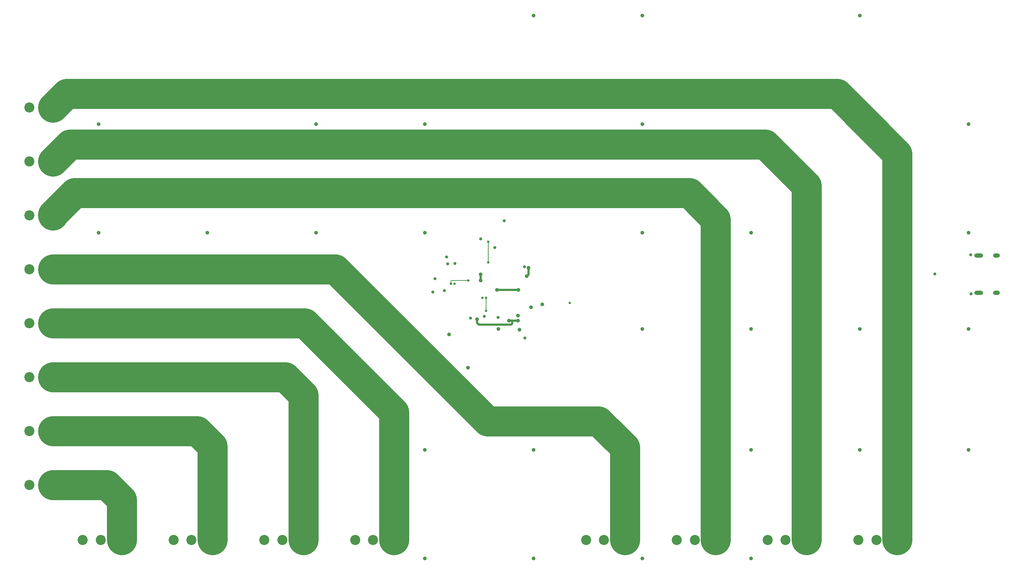
<source format=gbr>
%TF.GenerationSoftware,KiCad,Pcbnew,9.0.1*%
%TF.CreationDate,2025-07-28T14:50:10-04:00*%
%TF.ProjectId,LED-DriverPCB,4c45442d-4472-4697-9665-725043422e6b,rev?*%
%TF.SameCoordinates,Original*%
%TF.FileFunction,Copper,L4,Bot*%
%TF.FilePolarity,Positive*%
%FSLAX46Y46*%
G04 Gerber Fmt 4.6, Leading zero omitted, Abs format (unit mm)*
G04 Created by KiCad (PCBNEW 9.0.1) date 2025-07-28 14:50:10*
%MOMM*%
%LPD*%
G01*
G04 APERTURE LIST*
%TA.AperFunction,ComponentPad*%
%ADD10C,2.362200*%
%TD*%
%TA.AperFunction,HeatsinkPad*%
%ADD11O,1.600000X1.000000*%
%TD*%
%TA.AperFunction,HeatsinkPad*%
%ADD12O,2.100000X1.000000*%
%TD*%
%TA.AperFunction,ViaPad*%
%ADD13C,0.700000*%
%TD*%
%TA.AperFunction,ViaPad*%
%ADD14C,0.900000*%
%TD*%
%TA.AperFunction,ViaPad*%
%ADD15C,0.600000*%
%TD*%
%TA.AperFunction,Conductor*%
%ADD16C,7.000000*%
%TD*%
%TA.AperFunction,Conductor*%
%ADD17C,0.190000*%
%TD*%
%TA.AperFunction,Conductor*%
%ADD18C,0.500000*%
%TD*%
%TA.AperFunction,Conductor*%
%ADD19C,0.200000*%
%TD*%
G04 APERTURE END LIST*
D10*
%TO.P,J1,3,Pin_3*%
%TO.N,GND*%
X314878601Y-200140900D03*
%TO.P,J1,2,Pin_2*%
%TO.N,/STR1_DATA*%
X319078600Y-200140900D03*
%TO.P,J1,1,Pin_1*%
%TO.N,/STR1_PWR*%
X323278599Y-200140900D03*
%TD*%
%TO.P,J2,3,Pin_3*%
%TO.N,GND*%
X293667601Y-200140900D03*
%TO.P,J2,2,Pin_2*%
%TO.N,/STR2_DATA*%
X297867600Y-200140900D03*
%TO.P,J2,1,Pin_1*%
%TO.N,/STR2_PWR*%
X302067599Y-200140900D03*
%TD*%
%TO.P,J3,3,Pin_3*%
%TO.N,GND*%
X272456601Y-200140900D03*
%TO.P,J3,2,Pin_2*%
%TO.N,/STR3_DATA*%
X276656600Y-200140900D03*
%TO.P,J3,1,Pin_1*%
%TO.N,/STR3_PWR*%
X280856599Y-200140900D03*
%TD*%
%TO.P,J4,3,Pin_3*%
%TO.N,GND*%
X251245601Y-200140900D03*
%TO.P,J4,2,Pin_2*%
%TO.N,/STR4_DATA*%
X255445600Y-200140900D03*
%TO.P,J4,1,Pin_1*%
%TO.N,/STR4_PWR*%
X259645599Y-200140900D03*
%TD*%
%TO.P,J5,3,Pin_3*%
%TO.N,GND*%
X197329101Y-200140900D03*
%TO.P,J5,2,Pin_2*%
%TO.N,/STR5_DATA*%
X201529100Y-200140900D03*
%TO.P,J5,1,Pin_1*%
%TO.N,/STR5_PWR*%
X205729099Y-200140900D03*
%TD*%
%TO.P,J6,3,Pin_3*%
%TO.N,GND*%
X176118101Y-200140900D03*
%TO.P,J6,2,Pin_2*%
%TO.N,/STR6_DATA*%
X180318100Y-200140900D03*
%TO.P,J6,1,Pin_1*%
%TO.N,/STR6_PWR*%
X184518099Y-200140900D03*
%TD*%
%TO.P,J7,3,Pin_3*%
%TO.N,GND*%
X154907101Y-200140900D03*
%TO.P,J7,2,Pin_2*%
%TO.N,/STR7_DATA*%
X159107100Y-200140900D03*
%TO.P,J7,1,Pin_1*%
%TO.N,/STR7_PWR*%
X163307099Y-200140900D03*
%TD*%
%TO.P,J8,3,Pin_3*%
%TO.N,GND*%
X133696101Y-200140900D03*
%TO.P,J8,2,Pin_2*%
%TO.N,/STR8_DATA*%
X137896100Y-200140900D03*
%TO.P,J8,1,Pin_1*%
%TO.N,/STR8_PWR*%
X142096099Y-200140900D03*
%TD*%
D11*
%TO.P,J9,S1,SHIELD*%
%TO.N,GND*%
X347110251Y-133671000D03*
D12*
X342930251Y-133671000D03*
D11*
X347110251Y-142311000D03*
D12*
X342930251Y-142311000D03*
%TD*%
D10*
%TO.P,J12,2,Pin_2*%
%TO.N,/STR1_PWR*%
X126749999Y-98986500D03*
%TO.P,J12,1,Pin_1*%
%TO.N,GND*%
X121250000Y-98986500D03*
%TD*%
%TO.P,J13,2,Pin_2*%
%TO.N,/STR2_PWR*%
X126749999Y-111604500D03*
%TO.P,J13,1,Pin_1*%
%TO.N,GND*%
X121250000Y-111604500D03*
%TD*%
%TO.P,J14,2,Pin_2*%
%TO.N,/STR3_PWR*%
X126749999Y-124223100D03*
%TO.P,J14,1,Pin_1*%
%TO.N,GND*%
X121250000Y-124223100D03*
%TD*%
%TO.P,J15,2,Pin_2*%
%TO.N,/STR4_PWR*%
X126749999Y-136841100D03*
%TO.P,J15,1,Pin_1*%
%TO.N,GND*%
X121250000Y-136841100D03*
%TD*%
%TO.P,J16,2,Pin_2*%
%TO.N,/STR5_PWR*%
X126749999Y-149459100D03*
%TO.P,J16,1,Pin_1*%
%TO.N,GND*%
X121250000Y-149459100D03*
%TD*%
%TO.P,J17,2,Pin_2*%
%TO.N,/STR6_PWR*%
X126749999Y-162077100D03*
%TO.P,J17,1,Pin_1*%
%TO.N,GND*%
X121250000Y-162077100D03*
%TD*%
%TO.P,J18,2,Pin_2*%
%TO.N,/STR7_PWR*%
X126749999Y-174695500D03*
%TO.P,J18,1,Pin_1*%
%TO.N,GND*%
X121250000Y-174695500D03*
%TD*%
%TO.P,J19,2,Pin_2*%
%TO.N,/STR8_PWR*%
X126749999Y-187313500D03*
%TO.P,J19,1,Pin_1*%
%TO.N,GND*%
X121250000Y-187313500D03*
%TD*%
D13*
%TO.N,GND*%
X227504000Y-147884000D03*
D14*
X315229000Y-150859000D03*
X264429000Y-77491000D03*
D13*
X224229000Y-148259000D03*
X236979000Y-152941000D03*
D14*
X340629000Y-102891000D03*
D13*
X218679000Y-133941000D03*
D14*
X289829000Y-128291000D03*
X289829000Y-150859000D03*
X137429000Y-102891000D03*
X188229000Y-102891000D03*
D13*
X215454000Y-142191000D03*
X218154000Y-141859000D03*
X332710251Y-137991000D03*
X226629000Y-129741000D03*
D14*
X213629000Y-204491000D03*
X239029000Y-179091000D03*
X235729000Y-150959000D03*
D13*
X229979000Y-131741000D03*
D14*
X223672383Y-159869208D03*
X219279000Y-152109000D03*
D15*
X247479000Y-144709000D03*
D14*
X238379000Y-145741000D03*
X188229000Y-128291000D03*
X239029000Y-77491000D03*
X289829000Y-179091000D03*
D13*
X236858855Y-136273464D03*
D14*
X213629000Y-128291000D03*
X137429000Y-128291000D03*
X213629000Y-102891000D03*
D13*
X215979000Y-139041000D03*
D14*
X340629000Y-150859000D03*
D15*
X220529000Y-140241000D03*
X227104000Y-143534000D03*
D14*
X162829000Y-128291000D03*
X264429000Y-204491000D03*
X340629000Y-128291000D03*
D13*
X341160251Y-142591000D03*
D14*
X230829000Y-150859000D03*
X264429000Y-128291000D03*
D13*
X220654000Y-135489714D03*
D14*
X264429000Y-102891000D03*
X340629000Y-179091000D03*
X239029000Y-204491000D03*
X315229000Y-77491000D03*
X315229000Y-179091000D03*
X241029000Y-145041000D03*
X264429000Y-150859000D03*
X235329000Y-147691000D03*
D13*
X218929000Y-135541000D03*
D14*
X213629000Y-179091000D03*
D13*
X232179000Y-125491000D03*
X230729000Y-148091000D03*
D14*
X289829000Y-204491000D03*
D13*
X341110251Y-133491000D03*
D15*
%TO.N,/SWD_NRST*%
X223779000Y-139441000D03*
X228429000Y-130391000D03*
X228379000Y-135241000D03*
X219728997Y-140241000D03*
D14*
%TO.N,+3.3V*%
X230479000Y-141640000D03*
X226629000Y-137996000D03*
X233229000Y-148891000D03*
X237829000Y-136516000D03*
X235329000Y-148891000D03*
X235429000Y-141691000D03*
X226629000Y-139491000D03*
X225779000Y-148514000D03*
X237429000Y-138491000D03*
D15*
%TO.N,/PWM_TIM8_CH1*%
X227904000Y-146609000D03*
X227929000Y-143534000D03*
%TD*%
D16*
%TO.N,/STR8_PWR*%
X139351500Y-187313500D02*
X142778200Y-190740200D01*
X142778200Y-190740200D02*
X142778200Y-200140900D01*
X126749999Y-187313500D02*
X139351500Y-187313500D01*
%TO.N,/STR1_PWR*%
X323960700Y-109822700D02*
X323960700Y-200140900D01*
X309947000Y-95809000D02*
X323960700Y-109822700D01*
X129927499Y-95809000D02*
X309947000Y-95809000D01*
X126749999Y-98986500D02*
X129927499Y-95809000D01*
%TO.N,/STR7_PWR*%
X126749999Y-174695500D02*
X160433500Y-174695500D01*
X163989200Y-178251200D02*
X163989200Y-200140900D01*
X160433500Y-174695500D02*
X163989200Y-178251200D01*
%TO.N,/STR2_PWR*%
X302749700Y-117311700D02*
X302749700Y-200140900D01*
X293079000Y-107641000D02*
X302749700Y-117311700D01*
X130697000Y-107641000D02*
X293079000Y-107641000D01*
X126749999Y-111588001D02*
X130697000Y-107641000D01*
X126749999Y-111604500D02*
X126749999Y-111588001D01*
%TO.N,/STR6_PWR*%
X126749999Y-162077100D02*
X180965100Y-162077100D01*
X185200200Y-166312200D02*
X185200200Y-200140900D01*
X180965100Y-162077100D02*
X185200200Y-166312200D01*
%TO.N,/STR3_PWR*%
X281538700Y-125150700D02*
X281538700Y-200140900D01*
X275379000Y-118991000D02*
X281538700Y-125150700D01*
X131847000Y-118991000D02*
X275379000Y-118991000D01*
X126749999Y-124088001D02*
X131847000Y-118991000D01*
X126749999Y-124223100D02*
X126749999Y-124088001D01*
%TO.N,/STR5_PWR*%
X185597100Y-149459100D02*
X206411200Y-170273200D01*
X206411200Y-170273200D02*
X206411200Y-200140900D01*
X126749999Y-149459100D02*
X185597100Y-149459100D01*
%TO.N,/STR4_PWR*%
X260327700Y-178539700D02*
X260327700Y-200140900D01*
X254179000Y-172391000D02*
X260327700Y-178539700D01*
X228279000Y-172391000D02*
X254179000Y-172391000D01*
X192729100Y-136841100D02*
X228279000Y-172391000D01*
X126749999Y-136841100D02*
X192729100Y-136841100D01*
D17*
%TO.N,/SWD_NRST*%
X228429000Y-130391000D02*
X228429000Y-135191000D01*
X219728997Y-140241000D02*
X219728997Y-139591003D01*
X219879000Y-139441000D02*
X223779000Y-139441000D01*
X228429000Y-135191000D02*
X228379000Y-135241000D01*
X219728997Y-139591003D02*
X219879000Y-139441000D01*
D18*
%TO.N,+3.3V*%
X235329000Y-148891000D02*
X234029000Y-148891000D01*
X230479000Y-141640000D02*
X230530000Y-141691000D01*
X230530000Y-141691000D02*
X235429000Y-141691000D01*
X226179000Y-149809000D02*
X225779000Y-149409000D01*
X234029000Y-148891000D02*
X233229000Y-148891000D01*
X237429000Y-138491000D02*
X237829000Y-138091000D01*
X225779000Y-149409000D02*
X225779000Y-148514000D01*
X233729000Y-149809000D02*
X226179000Y-149809000D01*
X234029000Y-149509000D02*
X233729000Y-149809000D01*
X226629000Y-139491000D02*
X226629000Y-137996000D01*
X237829000Y-138091000D02*
X237829000Y-136516000D01*
X234029000Y-148891000D02*
X234029000Y-149509000D01*
D19*
%TO.N,/PWM_TIM8_CH1*%
X227929000Y-143534000D02*
X227929000Y-146584000D01*
X227929000Y-146584000D02*
X227904000Y-146609000D01*
%TD*%
M02*

</source>
